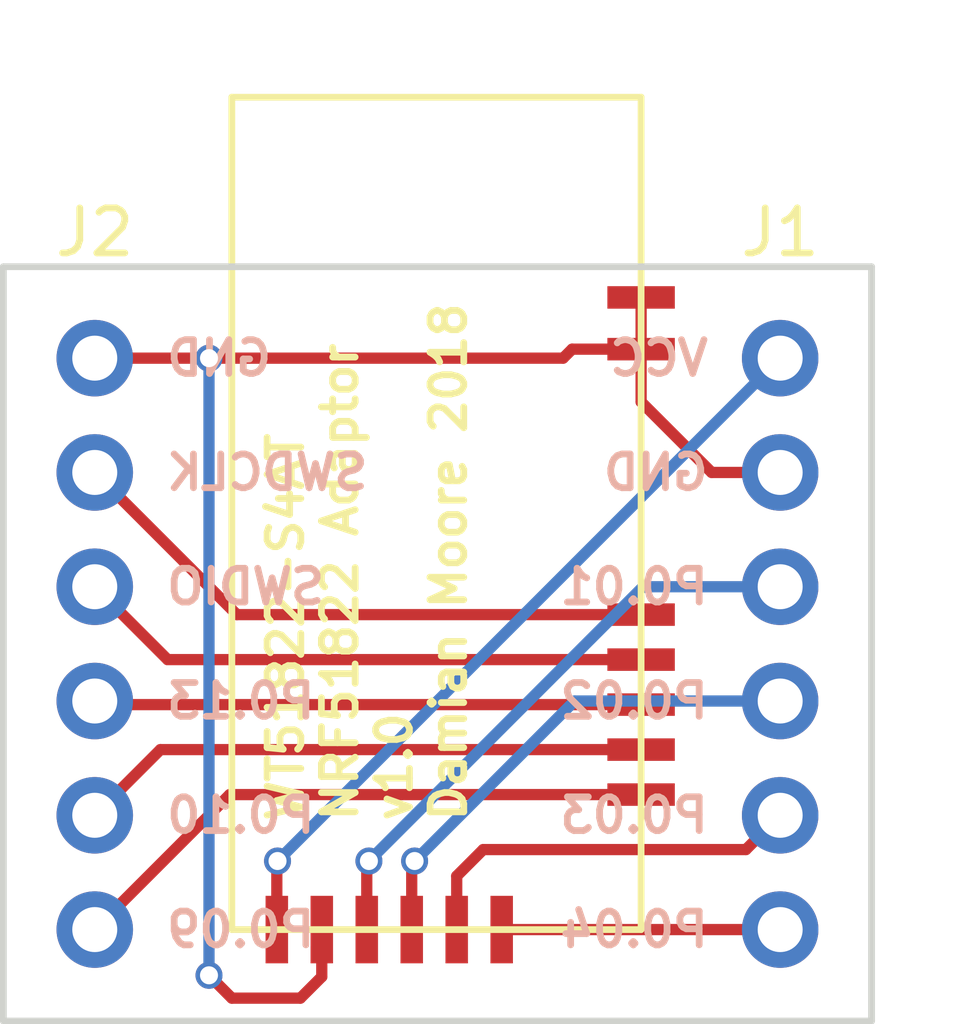
<source format=kicad_pcb>
(kicad_pcb (version 4) (host pcbnew 4.0.7-e2-6376~61~ubuntu18.04.1)

  (general
    (links 14)
    (no_connects 0)
    (area 137.338999 102.032999 156.793001 118.947001)
    (thickness 1.6)
    (drawings 17)
    (tracks 44)
    (zones 0)
    (modules 3)
    (nets 12)
  )

  (page A4)
  (layers
    (0 F.Cu signal)
    (31 B.Cu signal)
    (32 B.Adhes user)
    (33 F.Adhes user)
    (34 B.Paste user)
    (35 F.Paste user)
    (36 B.SilkS user)
    (37 F.SilkS user)
    (38 B.Mask user)
    (39 F.Mask user)
    (40 Dwgs.User user)
    (41 Cmts.User user)
    (42 Eco1.User user)
    (43 Eco2.User user)
    (44 Edge.Cuts user)
    (45 Margin user)
    (46 B.CrtYd user)
    (47 F.CrtYd user)
    (48 B.Fab user)
    (49 F.Fab user)
  )

  (setup
    (last_trace_width 0.25)
    (trace_clearance 0.2)
    (zone_clearance 0.508)
    (zone_45_only no)
    (trace_min 0.2)
    (segment_width 0.2)
    (edge_width 0.15)
    (via_size 0.6)
    (via_drill 0.4)
    (via_min_size 0.4)
    (via_min_drill 0.3)
    (uvia_size 0.3)
    (uvia_drill 0.1)
    (uvias_allowed no)
    (uvia_min_size 0.2)
    (uvia_min_drill 0.1)
    (pcb_text_width 0.3)
    (pcb_text_size 1.5 1.5)
    (mod_edge_width 0.15)
    (mod_text_size 1 1)
    (mod_text_width 0.15)
    (pad_size 1.524 1.524)
    (pad_drill 0.762)
    (pad_to_mask_clearance 0.2)
    (aux_axis_origin 0 0)
    (visible_elements FFFFFF7F)
    (pcbplotparams
      (layerselection 0x00030_80000001)
      (usegerberextensions false)
      (excludeedgelayer true)
      (linewidth 0.100000)
      (plotframeref false)
      (viasonmask false)
      (mode 1)
      (useauxorigin false)
      (hpglpennumber 1)
      (hpglpenspeed 20)
      (hpglpendiameter 15)
      (hpglpenoverlay 2)
      (psnegative false)
      (psa4output false)
      (plotreference true)
      (plotvalue true)
      (plotinvisibletext false)
      (padsonsilk false)
      (subtractmaskfromsilk false)
      (outputformat 1)
      (mirror false)
      (drillshape 1)
      (scaleselection 1)
      (outputdirectory ""))
  )

  (net 0 "")
  (net 1 "Net-(J1-Pad1)")
  (net 2 "Net-(J1-Pad2)")
  (net 3 "Net-(J1-Pad3)")
  (net 4 "Net-(J1-Pad4)")
  (net 5 "Net-(J1-Pad5)")
  (net 6 "Net-(J1-Pad6)")
  (net 7 "Net-(J2-Pad2)")
  (net 8 "Net-(J2-Pad3)")
  (net 9 "Net-(J2-Pad4)")
  (net 10 "Net-(J2-Pad5)")
  (net 11 "Net-(J2-Pad6)")

  (net_class Default "This is the default net class."
    (clearance 0.2)
    (trace_width 0.25)
    (via_dia 0.6)
    (via_drill 0.4)
    (uvia_dia 0.3)
    (uvia_drill 0.1)
    (add_net "Net-(J1-Pad1)")
    (add_net "Net-(J1-Pad2)")
    (add_net "Net-(J1-Pad3)")
    (add_net "Net-(J1-Pad4)")
    (add_net "Net-(J1-Pad5)")
    (add_net "Net-(J1-Pad6)")
    (add_net "Net-(J2-Pad2)")
    (add_net "Net-(J2-Pad3)")
    (add_net "Net-(J2-Pad4)")
    (add_net "Net-(J2-Pad5)")
    (add_net "Net-(J2-Pad6)")
  )

  (module kicad-custom-parts:WT51822-S4AT (layer F.Cu) (tedit 5B10863C) (tstamp 5B108508)
    (at 142.494 116.84 90)
    (path /5B0EFFD8)
    (fp_text reference U1 (at 9.25 5.75 90) (layer F.SilkS) hide
      (effects (font (size 1 1) (thickness 0.15)))
    )
    (fp_text value WT51822-S4AT (at 19.812 4.572 180) (layer F.Fab)
      (effects (font (size 1 1) (thickness 0.15)))
    )
    (fp_line (start 18.5 0) (end 18.5 9.1) (layer F.SilkS) (width 0.15))
    (fp_line (start 0 9.1) (end 18.5 9.1) (layer F.SilkS) (width 0.15))
    (fp_line (start 0 0) (end 0 9.1) (layer F.SilkS) (width 0.15))
    (fp_line (start 0 0) (end 18.5 0) (layer F.SilkS) (width 0.15))
    (pad 1 smd rect (at 0 1 90) (size 1.5 0.5) (layers F.Cu F.Paste F.Mask)
      (net 1 "Net-(J1-Pad1)"))
    (pad 2 smd rect (at 0 2 90) (size 1.5 0.5) (layers F.Cu F.Paste F.Mask)
      (net 2 "Net-(J1-Pad2)"))
    (pad 3 smd rect (at 0 3 90) (size 1.5 0.5) (layers F.Cu F.Paste F.Mask)
      (net 3 "Net-(J1-Pad3)"))
    (pad 4 smd rect (at 0 4 90) (size 1.5 0.5) (layers F.Cu F.Paste F.Mask)
      (net 4 "Net-(J1-Pad4)"))
    (pad 5 smd rect (at 0 5 90) (size 1.5 0.5) (layers F.Cu F.Paste F.Mask)
      (net 5 "Net-(J1-Pad5)"))
    (pad 6 smd rect (at 0 6 90) (size 1.5 0.5) (layers F.Cu F.Paste F.Mask)
      (net 6 "Net-(J1-Pad6)"))
    (pad 7 smd rect (at 3 9.1 90) (size 0.5 1.5) (layers F.Cu F.Paste F.Mask)
      (net 11 "Net-(J2-Pad6)"))
    (pad 8 smd rect (at 4 9.1 90) (size 0.5 1.5) (layers F.Cu F.Paste F.Mask)
      (net 10 "Net-(J2-Pad5)"))
    (pad 9 smd rect (at 5 9.1 90) (size 0.5 1.5) (layers F.Cu F.Paste F.Mask)
      (net 9 "Net-(J2-Pad4)"))
    (pad 10 smd rect (at 6 9.1 90) (size 0.5 1.5) (layers F.Cu F.Paste F.Mask)
      (net 8 "Net-(J2-Pad3)"))
    (pad 11 smd rect (at 7 9.1 90) (size 0.5 1.5) (layers F.Cu F.Paste F.Mask)
      (net 7 "Net-(J2-Pad2)"))
    (pad 12 smd rect (at 12.9 9.1 90) (size 0.5 1.5) (layers F.Cu F.Paste F.Mask)
      (net 2 "Net-(J1-Pad2)"))
    (pad 13 smd rect (at 14.05 9.1 90) (size 0.5 1.5) (layers F.Cu F.Paste F.Mask)
      (net 2 "Net-(J1-Pad2)"))
  )

  (module kicad-custom-parts:Pin_Header_Straight_Simplified_1x06_Pitch2.54mm (layer F.Cu) (tedit 5B1084CA) (tstamp 5B10862C)
    (at 154.686 104.14)
    (descr "Through hole straight pin header, 1x06, 2.54mm pitch, single row")
    (tags "Through hole pin header THT 1x06 2.54mm single row")
    (path /5B0F00AD)
    (fp_text reference J1 (at 0 -2.794) (layer F.SilkS)
      (effects (font (size 1 1) (thickness 0.15)))
    )
    (fp_text value Conn_01x06 (at 3.048 6.858 90) (layer F.Fab)
      (effects (font (size 1 1) (thickness 0.15)))
    )
    (fp_line (start -0.635 -1.27) (end 1.27 -1.27) (layer F.Fab) (width 0.1))
    (fp_line (start 1.27 -1.27) (end 1.27 13.97) (layer F.Fab) (width 0.1))
    (fp_line (start 1.27 13.97) (end -1.27 13.97) (layer F.Fab) (width 0.1))
    (fp_line (start -1.27 13.97) (end -1.27 -0.635) (layer F.Fab) (width 0.1))
    (fp_line (start -1.27 -0.635) (end -0.635 -1.27) (layer F.Fab) (width 0.1))
    (fp_line (start -1.8 -1.8) (end -1.8 14.5) (layer F.CrtYd) (width 0.05))
    (fp_line (start -1.8 14.5) (end 1.8 14.5) (layer F.CrtYd) (width 0.05))
    (fp_line (start 1.8 14.5) (end 1.8 -1.8) (layer F.CrtYd) (width 0.05))
    (fp_line (start 1.8 -1.8) (end -1.8 -1.8) (layer F.CrtYd) (width 0.05))
    (fp_text user %R (at 0 6.35 90) (layer F.Fab)
      (effects (font (size 1 1) (thickness 0.15)))
    )
    (pad 1 thru_hole oval (at 0 0) (size 1.7 1.7) (drill 1) (layers *.Cu *.Mask)
      (net 1 "Net-(J1-Pad1)"))
    (pad 2 thru_hole oval (at 0 2.54) (size 1.7 1.7) (drill 1) (layers *.Cu *.Mask)
      (net 2 "Net-(J1-Pad2)"))
    (pad 3 thru_hole oval (at 0 5.08) (size 1.7 1.7) (drill 1) (layers *.Cu *.Mask)
      (net 3 "Net-(J1-Pad3)"))
    (pad 4 thru_hole oval (at 0 7.62) (size 1.7 1.7) (drill 1) (layers *.Cu *.Mask)
      (net 4 "Net-(J1-Pad4)"))
    (pad 5 thru_hole oval (at 0 10.16) (size 1.7 1.7) (drill 1) (layers *.Cu *.Mask)
      (net 5 "Net-(J1-Pad5)"))
    (pad 6 thru_hole oval (at 0 12.7) (size 1.7 1.7) (drill 1) (layers *.Cu *.Mask)
      (net 6 "Net-(J1-Pad6)"))
    (model ${KISYS3DMOD}/Pin_Headers.3dshapes/Pin_Header_Straight_1x06_Pitch2.54mm.wrl
      (at (xyz 0 0 0))
      (scale (xyz 1 1 1))
      (rotate (xyz 0 0 0))
    )
  )

  (module kicad-custom-parts:Pin_Header_Straight_Simplified_1x06_Pitch2.54mm (layer F.Cu) (tedit 5B1084CA) (tstamp 5B108724)
    (at 139.446 104.14)
    (descr "Through hole straight pin header, 1x06, 2.54mm pitch, single row")
    (tags "Through hole pin header THT 1x06 2.54mm single row")
    (path /5B0F018D)
    (fp_text reference J2 (at 0 -2.794) (layer F.SilkS)
      (effects (font (size 1 1) (thickness 0.15)))
    )
    (fp_text value Conn_01x06 (at 3.048 6.858 90) (layer F.Fab)
      (effects (font (size 1 1) (thickness 0.15)))
    )
    (fp_line (start -0.635 -1.27) (end 1.27 -1.27) (layer F.Fab) (width 0.1))
    (fp_line (start 1.27 -1.27) (end 1.27 13.97) (layer F.Fab) (width 0.1))
    (fp_line (start 1.27 13.97) (end -1.27 13.97) (layer F.Fab) (width 0.1))
    (fp_line (start -1.27 13.97) (end -1.27 -0.635) (layer F.Fab) (width 0.1))
    (fp_line (start -1.27 -0.635) (end -0.635 -1.27) (layer F.Fab) (width 0.1))
    (fp_line (start -1.8 -1.8) (end -1.8 14.5) (layer F.CrtYd) (width 0.05))
    (fp_line (start -1.8 14.5) (end 1.8 14.5) (layer F.CrtYd) (width 0.05))
    (fp_line (start 1.8 14.5) (end 1.8 -1.8) (layer F.CrtYd) (width 0.05))
    (fp_line (start 1.8 -1.8) (end -1.8 -1.8) (layer F.CrtYd) (width 0.05))
    (fp_text user %R (at 0 6.35 90) (layer F.Fab)
      (effects (font (size 1 1) (thickness 0.15)))
    )
    (pad 1 thru_hole oval (at 0 0) (size 1.7 1.7) (drill 1) (layers *.Cu *.Mask)
      (net 2 "Net-(J1-Pad2)"))
    (pad 2 thru_hole oval (at 0 2.54) (size 1.7 1.7) (drill 1) (layers *.Cu *.Mask)
      (net 7 "Net-(J2-Pad2)"))
    (pad 3 thru_hole oval (at 0 5.08) (size 1.7 1.7) (drill 1) (layers *.Cu *.Mask)
      (net 8 "Net-(J2-Pad3)"))
    (pad 4 thru_hole oval (at 0 7.62) (size 1.7 1.7) (drill 1) (layers *.Cu *.Mask)
      (net 9 "Net-(J2-Pad4)"))
    (pad 5 thru_hole oval (at 0 10.16) (size 1.7 1.7) (drill 1) (layers *.Cu *.Mask)
      (net 10 "Net-(J2-Pad5)"))
    (pad 6 thru_hole oval (at 0 12.7) (size 1.7 1.7) (drill 1) (layers *.Cu *.Mask)
      (net 11 "Net-(J2-Pad6)"))
    (model ${KISYS3DMOD}/Pin_Headers.3dshapes/Pin_Header_Straight_1x06_Pitch2.54mm.wrl
      (at (xyz 0 0 0))
      (scale (xyz 1 1 1))
      (rotate (xyz 0 0 0))
    )
  )

  (gr_text "WT51822-S4AT\nNRF51822 Adaptor\nv1.0\nDamian Moore 2018\n" (at 145.5 114.5 90) (layer F.SilkS)
    (effects (font (size 0.75 0.75) (thickness 0.15)) (justify left))
  )
  (gr_text P0.09 (at 140.97 116.84) (layer B.SilkS)
    (effects (font (size 0.75 0.75) (thickness 0.15)) (justify right mirror))
  )
  (gr_text "P0.10\n" (at 140.97 114.3) (layer B.SilkS)
    (effects (font (size 0.75 0.75) (thickness 0.15)) (justify right mirror))
  )
  (gr_text P0.13 (at 140.97 111.76) (layer B.SilkS)
    (effects (font (size 0.75 0.75) (thickness 0.15)) (justify right mirror))
  )
  (gr_text SWDIO (at 140.97 109.22) (layer B.SilkS)
    (effects (font (size 0.75 0.75) (thickness 0.15)) (justify right mirror))
  )
  (gr_text SWDCLK (at 140.97 106.68) (layer B.SilkS)
    (effects (font (size 0.75 0.75) (thickness 0.15)) (justify right mirror))
  )
  (gr_text GND (at 140.97 104.14) (layer B.SilkS)
    (effects (font (size 0.75 0.75) (thickness 0.15)) (justify right mirror))
  )
  (gr_line (start 137.414 118.872) (end 156.718 118.872) (angle 90) (layer Edge.Cuts) (width 0.15))
  (gr_line (start 137.414 102.108) (end 137.414 118.872) (angle 90) (layer Edge.Cuts) (width 0.15))
  (gr_line (start 156.718 102.108) (end 156.718 118.872) (angle 90) (layer Edge.Cuts) (width 0.15))
  (gr_line (start 137.414 102.108) (end 156.718 102.108) (angle 90) (layer Edge.Cuts) (width 0.15))
  (gr_text P0.04 (at 153.162 116.84) (layer B.SilkS)
    (effects (font (size 0.75 0.75) (thickness 0.15)) (justify left mirror))
  )
  (gr_text P0.03 (at 153.162 114.3) (layer B.SilkS)
    (effects (font (size 0.75 0.75) (thickness 0.15)) (justify left mirror))
  )
  (gr_text P0.02 (at 153.162 111.76) (layer B.SilkS)
    (effects (font (size 0.75 0.75) (thickness 0.15)) (justify left mirror))
  )
  (gr_text P0.01 (at 153.162 109.22) (layer B.SilkS)
    (effects (font (size 0.75 0.75) (thickness 0.15)) (justify left mirror))
  )
  (gr_text GND (at 153.162 106.68) (layer B.SilkS)
    (effects (font (size 0.75 0.75) (thickness 0.15)) (justify left mirror))
  )
  (gr_text VCC (at 153.162 104.14) (layer B.SilkS)
    (effects (font (size 0.75 0.75) (thickness 0.15)) (justify left mirror))
  )

  (segment (start 143.494 116.84) (end 143.494 115.332) (width 0.25) (layer F.Cu) (net 1))
  (segment (start 143.51 115.316) (end 154.686 104.14) (width 0.25) (layer B.Cu) (net 1) (tstamp 5B20CFE9))
  (via (at 143.51 115.316) (size 0.6) (drill 0.4) (layers F.Cu B.Cu) (net 1))
  (segment (start 143.494 115.332) (end 143.51 115.316) (width 0.25) (layer F.Cu) (net 1) (tstamp 5B20CFE6))
  (segment (start 144.494 116.84) (end 144.494 117.888) (width 0.25) (layer F.Cu) (net 2))
  (via (at 141.986 104.14) (size 0.6) (drill 0.4) (layers F.Cu B.Cu) (net 2))
  (segment (start 141.986 117.856) (end 141.986 104.14) (width 0.25) (layer B.Cu) (net 2) (tstamp 5B20CFF7))
  (via (at 141.986 117.856) (size 0.6) (drill 0.4) (layers F.Cu B.Cu) (net 2))
  (segment (start 142.494 118.364) (end 141.986 117.856) (width 0.25) (layer F.Cu) (net 2) (tstamp 5B20CFF4))
  (segment (start 144.018 118.364) (end 142.494 118.364) (width 0.25) (layer F.Cu) (net 2) (tstamp 5B20CFF3))
  (segment (start 144.494 117.888) (end 144.018 118.364) (width 0.25) (layer F.Cu) (net 2) (tstamp 5B20CFF2))
  (segment (start 154.686 106.68) (end 153.162 106.68) (width 0.25) (layer F.Cu) (net 2))
  (segment (start 151.594 105.112) (end 151.594 103.94) (width 0.25) (layer F.Cu) (net 2) (tstamp 5B20CFEE))
  (segment (start 153.162 106.68) (end 151.594 105.112) (width 0.25) (layer F.Cu) (net 2) (tstamp 5B20CFEC))
  (segment (start 139.446 104.14) (end 141.986 104.14) (width 0.25) (layer F.Cu) (net 2))
  (segment (start 141.986 104.14) (end 149.86 104.14) (width 0.25) (layer F.Cu) (net 2) (tstamp 5B20CFFC))
  (segment (start 150.06 103.94) (end 151.594 103.94) (width 0.25) (layer F.Cu) (net 2) (tstamp 5B20CFE2))
  (segment (start 149.86 104.14) (end 150.06 103.94) (width 0.25) (layer F.Cu) (net 2) (tstamp 5B20CFE1))
  (segment (start 151.594 102.79) (end 151.594 103.94) (width 0.25) (layer F.Cu) (net 2))
  (segment (start 145.494 116.84) (end 145.494 115.364) (width 0.25) (layer F.Cu) (net 3))
  (segment (start 151.638 109.22) (end 154.686 109.22) (width 0.25) (layer B.Cu) (net 3) (tstamp 5B20D00D))
  (segment (start 145.542 115.316) (end 151.638 109.22) (width 0.25) (layer B.Cu) (net 3) (tstamp 5B20D00C))
  (via (at 145.542 115.316) (size 0.6) (drill 0.4) (layers F.Cu B.Cu) (net 3))
  (segment (start 145.494 115.364) (end 145.542 115.316) (width 0.25) (layer F.Cu) (net 3) (tstamp 5B20D009))
  (segment (start 146.494 116.84) (end 146.494 115.38) (width 0.25) (layer F.Cu) (net 4))
  (segment (start 150.114 111.76) (end 154.686 111.76) (width 0.25) (layer B.Cu) (net 4) (tstamp 5B20D01A))
  (segment (start 146.558 115.316) (end 150.114 111.76) (width 0.25) (layer B.Cu) (net 4) (tstamp 5B20D019))
  (via (at 146.558 115.316) (size 0.6) (drill 0.4) (layers F.Cu B.Cu) (net 4))
  (segment (start 146.494 115.38) (end 146.558 115.316) (width 0.25) (layer F.Cu) (net 4) (tstamp 5B20D017))
  (segment (start 147.494 116.84) (end 147.494 115.65) (width 0.25) (layer F.Cu) (net 5))
  (segment (start 153.924 115.062) (end 154.686 114.3) (width 0.25) (layer F.Cu) (net 5) (tstamp 5B20D02B))
  (segment (start 148.082 115.062) (end 153.924 115.062) (width 0.25) (layer F.Cu) (net 5) (tstamp 5B20D02A))
  (segment (start 147.494 115.65) (end 148.082 115.062) (width 0.25) (layer F.Cu) (net 5) (tstamp 5B20D029))
  (segment (start 148.494 116.84) (end 154.686 116.84) (width 0.25) (layer F.Cu) (net 6))
  (segment (start 151.594 109.84) (end 142.606 109.84) (width 0.25) (layer F.Cu) (net 7))
  (segment (start 142.606 109.84) (end 139.446 106.68) (width 0.25) (layer F.Cu) (net 7) (tstamp 5B20CF61))
  (segment (start 151.594 110.84) (end 141.066 110.84) (width 0.25) (layer F.Cu) (net 8))
  (segment (start 141.066 110.84) (end 139.446 109.22) (width 0.25) (layer F.Cu) (net 8) (tstamp 5B20CF65))
  (segment (start 151.594 111.84) (end 139.526 111.84) (width 0.25) (layer F.Cu) (net 9))
  (segment (start 139.526 111.84) (end 139.446 111.76) (width 0.25) (layer F.Cu) (net 9) (tstamp 5B20CF69))
  (segment (start 151.594 112.84) (end 140.906 112.84) (width 0.25) (layer F.Cu) (net 10))
  (segment (start 140.906 112.84) (end 139.446 114.3) (width 0.25) (layer F.Cu) (net 10) (tstamp 5B20CF6C))
  (segment (start 151.594 113.84) (end 142.446 113.84) (width 0.25) (layer F.Cu) (net 11))
  (segment (start 142.446 113.84) (end 139.446 116.84) (width 0.25) (layer F.Cu) (net 11) (tstamp 5B20CF70))

)

</source>
